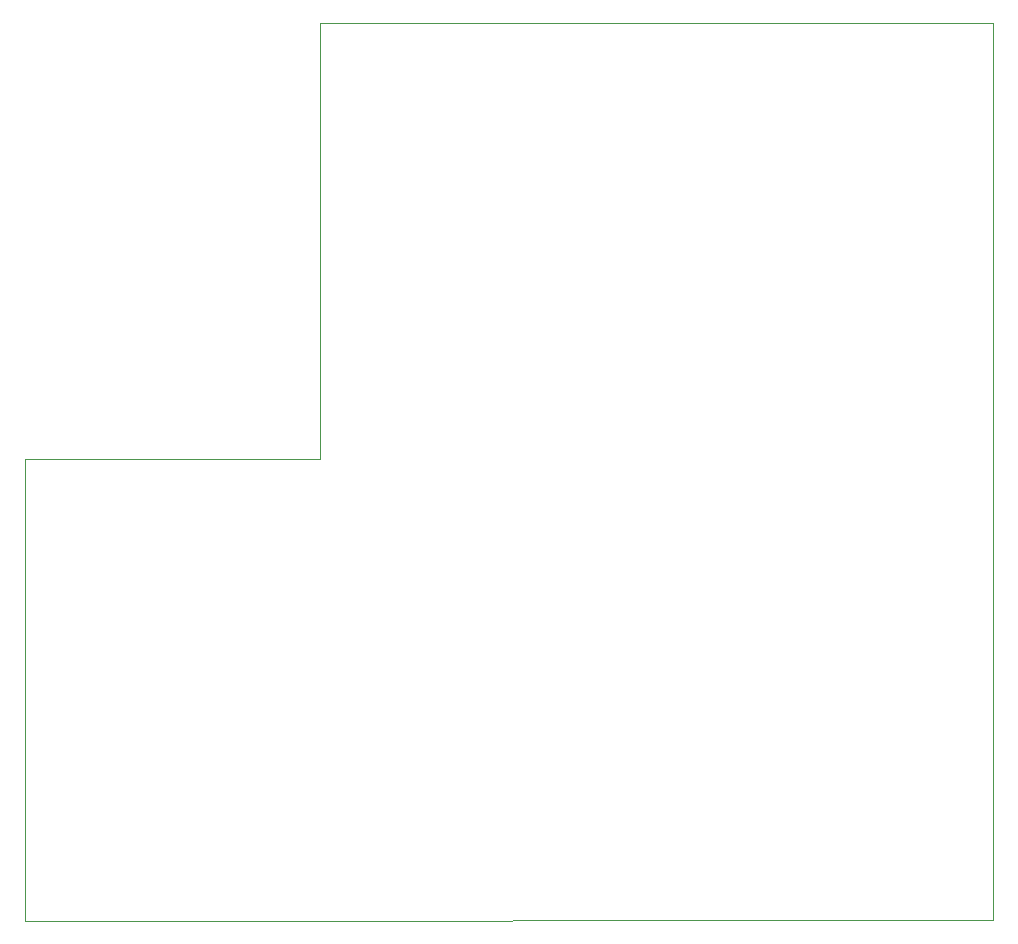
<source format=gbr>
%TF.GenerationSoftware,KiCad,Pcbnew,8.0.3*%
%TF.CreationDate,2024-07-14T11:05:28+01:00*%
%TF.ProjectId,OPD-Computer-One-Disk-Interface,4f50442d-436f-46d7-9075-7465722d4f6e,rev?*%
%TF.SameCoordinates,Original*%
%TF.FileFunction,Profile,NP*%
%FSLAX46Y46*%
G04 Gerber Fmt 4.6, Leading zero omitted, Abs format (unit mm)*
G04 Created by KiCad (PCBNEW 8.0.3) date 2024-07-14 11:05:28*
%MOMM*%
%LPD*%
G01*
G04 APERTURE LIST*
%TA.AperFunction,Profile*%
%ADD10C,0.100000*%
%TD*%
G04 APERTURE END LIST*
D10*
X48000000Y-66900000D02*
X73000000Y-66900000D01*
X73000000Y-66900000D02*
X73000000Y-30000000D01*
X48000000Y-106000000D02*
X48000000Y-66900000D01*
X48000000Y-106000000D02*
X130000000Y-105950000D01*
X130000000Y-30000000D02*
X130000000Y-105950000D01*
X73000000Y-30000000D02*
X130000000Y-30000000D01*
M02*

</source>
